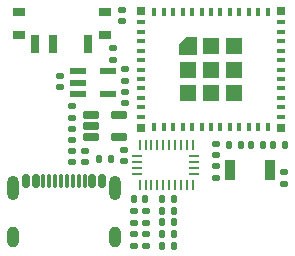
<source format=gtp>
G04 #@! TF.GenerationSoftware,KiCad,Pcbnew,8.0.5-8.0.5-0~ubuntu22.04.1*
G04 #@! TF.CreationDate,2024-10-23T16:58:33-07:00*
G04 #@! TF.ProjectId,uSlime,75536c69-6d65-42e6-9b69-6361645f7063,rev?*
G04 #@! TF.SameCoordinates,Original*
G04 #@! TF.FileFunction,Paste,Top*
G04 #@! TF.FilePolarity,Positive*
%FSLAX46Y46*%
G04 Gerber Fmt 4.6, Leading zero omitted, Abs format (unit mm)*
G04 Created by KiCad (PCBNEW 8.0.5-8.0.5-0~ubuntu22.04.1) date 2024-10-23 16:58:33*
%MOMM*%
%LPD*%
G01*
G04 APERTURE LIST*
G04 Aperture macros list*
%AMRoundRect*
0 Rectangle with rounded corners*
0 $1 Rounding radius*
0 $2 $3 $4 $5 $6 $7 $8 $9 X,Y pos of 4 corners*
0 Add a 4 corners polygon primitive as box body*
4,1,4,$2,$3,$4,$5,$6,$7,$8,$9,$2,$3,0*
0 Add four circle primitives for the rounded corners*
1,1,$1+$1,$2,$3*
1,1,$1+$1,$4,$5*
1,1,$1+$1,$6,$7*
1,1,$1+$1,$8,$9*
0 Add four rect primitives between the rounded corners*
20,1,$1+$1,$2,$3,$4,$5,0*
20,1,$1+$1,$4,$5,$6,$7,0*
20,1,$1+$1,$6,$7,$8,$9,0*
20,1,$1+$1,$8,$9,$2,$3,0*%
%AMFreePoly0*
4,1,6,0.725000,-0.725000,-0.725000,-0.725000,-0.725000,0.125000,-0.125000,0.725000,0.725000,0.725000,0.725000,-0.725000,0.725000,-0.725000,$1*%
G04 Aperture macros list end*
%ADD10RoundRect,0.135000X0.185000X-0.135000X0.185000X0.135000X-0.185000X0.135000X-0.185000X-0.135000X0*%
%ADD11RoundRect,0.135000X0.135000X0.185000X-0.135000X0.185000X-0.135000X-0.185000X0.135000X-0.185000X0*%
%ADD12RoundRect,0.135000X-0.135000X-0.185000X0.135000X-0.185000X0.135000X0.185000X-0.135000X0.185000X0*%
%ADD13RoundRect,0.147500X-0.172500X0.147500X-0.172500X-0.147500X0.172500X-0.147500X0.172500X0.147500X0*%
%ADD14RoundRect,0.140000X0.170000X-0.140000X0.170000X0.140000X-0.170000X0.140000X-0.170000X-0.140000X0*%
%ADD15RoundRect,0.135000X-0.185000X0.135000X-0.185000X-0.135000X0.185000X-0.135000X0.185000X0.135000X0*%
%ADD16RoundRect,0.140000X-0.170000X0.140000X-0.170000X-0.140000X0.170000X-0.140000X0.170000X0.140000X0*%
%ADD17RoundRect,0.150000X-0.150000X-0.425000X0.150000X-0.425000X0.150000X0.425000X-0.150000X0.425000X0*%
%ADD18RoundRect,0.075000X-0.075000X-0.500000X0.075000X-0.500000X0.075000X0.500000X-0.075000X0.500000X0*%
%ADD19O,1.000000X2.100000*%
%ADD20O,1.000000X1.800000*%
%ADD21R,0.250000X0.914400*%
%ADD22R,0.812800X0.250000*%
%ADD23RoundRect,0.147500X0.147500X0.172500X-0.147500X0.172500X-0.147500X-0.172500X0.147500X-0.172500X0*%
%ADD24RoundRect,0.140000X-0.140000X-0.170000X0.140000X-0.170000X0.140000X0.170000X-0.140000X0.170000X0*%
%ADD25RoundRect,0.140000X0.140000X0.170000X-0.140000X0.170000X-0.140000X-0.170000X0.140000X-0.170000X0*%
%ADD26R,1.320800X0.508000*%
%ADD27R,0.800000X0.400000*%
%ADD28R,0.400000X0.800000*%
%ADD29FreePoly0,0.000000*%
%ADD30R,1.450000X1.450000*%
%ADD31R,0.700000X0.700000*%
%ADD32R,0.700000X1.500000*%
%ADD33R,1.000000X0.800000*%
%ADD34R,0.900000X1.700000*%
%ADD35RoundRect,0.045000X-0.630000X0.255000X-0.630000X-0.255000X0.630000X-0.255000X0.630000X0.255000X0*%
G04 APERTURE END LIST*
D10*
X113100000Y-110110000D03*
X113100000Y-109090000D03*
D11*
X115460000Y-108100000D03*
X114440000Y-108100000D03*
D12*
X114440000Y-107100000D03*
X115460000Y-107100000D03*
D13*
X107950000Y-102015000D03*
X107950000Y-102985000D03*
D14*
X119000000Y-102380000D03*
X119000000Y-101420000D03*
D10*
X111300000Y-96160000D03*
X111300000Y-95140000D03*
D14*
X105850000Y-96630000D03*
X105850000Y-95670000D03*
X111100000Y-91030000D03*
X111100000Y-90070000D03*
D15*
X119000000Y-103290000D03*
X119000000Y-104310000D03*
D16*
X106800000Y-100150000D03*
X106800000Y-101110000D03*
D17*
X102950000Y-104570000D03*
X103750000Y-104570000D03*
D18*
X104900000Y-104570000D03*
X105900000Y-104570000D03*
X106400000Y-104570000D03*
X107400000Y-104570000D03*
D17*
X108550000Y-104570000D03*
X109350000Y-104570000D03*
X109350000Y-104570000D03*
X108550000Y-104570000D03*
D18*
X107900000Y-104570000D03*
X106900000Y-104570000D03*
X105400000Y-104570000D03*
X104400000Y-104570000D03*
D17*
X103750000Y-104570000D03*
X102950000Y-104570000D03*
D19*
X101830000Y-105145000D03*
D20*
X101830000Y-109325000D03*
D19*
X110470000Y-105145000D03*
D20*
X110470000Y-109325000D03*
D11*
X115460000Y-106100000D03*
X114440000Y-106100000D03*
D10*
X113100000Y-108110000D03*
X113100000Y-107090000D03*
D15*
X112100000Y-107090000D03*
X112100000Y-108110000D03*
D13*
X106800000Y-98265000D03*
X106800000Y-99235000D03*
D16*
X111200000Y-101920000D03*
X111200000Y-102880000D03*
D12*
X109090000Y-102750000D03*
X110110000Y-102750000D03*
D10*
X110300000Y-94310000D03*
X110300000Y-93290000D03*
D12*
X115460000Y-109100000D03*
X114440000Y-109100000D03*
D21*
X112552600Y-101572670D03*
D22*
X112361600Y-102500000D03*
X112361600Y-103003070D03*
X112361600Y-103503070D03*
X112361600Y-104003060D03*
D21*
X112552600Y-104925470D03*
X113052600Y-104925470D03*
X113552600Y-104925470D03*
X114052600Y-104925470D03*
X114552600Y-104925470D03*
X115052600Y-104925470D03*
X115552600Y-104925470D03*
X116052600Y-104925470D03*
X116552600Y-104925470D03*
X117060600Y-104925470D03*
D22*
X117187600Y-104003070D03*
X117187600Y-103503070D03*
X117187600Y-103003070D03*
X117187600Y-102500000D03*
D21*
X117060600Y-101572670D03*
X116552600Y-101572670D03*
X116052600Y-101572670D03*
X115552600Y-101572670D03*
X115052600Y-101572670D03*
X114552600Y-101572670D03*
X114052600Y-101572670D03*
X113552600Y-101572670D03*
X113052600Y-101572670D03*
D23*
X122967500Y-101500000D03*
X121997500Y-101500000D03*
D24*
X112070000Y-106100000D03*
X113030000Y-106100000D03*
D11*
X124892500Y-101500000D03*
X123872500Y-101500000D03*
D15*
X124800000Y-103840000D03*
X124800000Y-104860000D03*
D25*
X121097500Y-101500000D03*
X120137500Y-101500000D03*
D15*
X112100000Y-109090000D03*
X112100000Y-110110000D03*
D26*
X107304600Y-95299999D03*
X107304600Y-96250000D03*
X107304600Y-97200001D03*
X109895400Y-97200001D03*
X109895400Y-95299999D03*
D27*
X112700000Y-91150000D03*
X112700000Y-91950000D03*
X112700000Y-92750000D03*
X112700000Y-93550000D03*
X112700000Y-94350000D03*
X112700000Y-95150000D03*
X112700000Y-95950000D03*
X112700000Y-96750000D03*
X112700000Y-97550000D03*
X112700000Y-98350000D03*
X112700000Y-99150000D03*
D28*
X113800000Y-100050000D03*
X114600000Y-100050000D03*
X115400000Y-100050000D03*
X116200000Y-100050000D03*
X117000000Y-100050000D03*
X117800000Y-100050000D03*
X118600000Y-100050000D03*
X119400000Y-100050000D03*
X120200000Y-100050000D03*
X121000000Y-100050000D03*
X121800000Y-100050000D03*
X122600000Y-100050000D03*
X123400000Y-100050000D03*
D27*
X124500000Y-99150000D03*
X124500000Y-98350000D03*
X124500000Y-97550000D03*
X124500000Y-96750000D03*
X124500000Y-95950000D03*
X124500000Y-95150000D03*
X124500000Y-94350000D03*
X124500000Y-93550000D03*
X124500000Y-92750000D03*
X124500000Y-91950000D03*
X124500000Y-91150000D03*
D28*
X123400000Y-90250000D03*
X122600000Y-90250000D03*
X121800000Y-90250000D03*
X121000000Y-90250000D03*
X120200000Y-90250000D03*
X119400000Y-90250000D03*
X118600000Y-90250000D03*
X117800000Y-90250000D03*
X117000000Y-90250000D03*
X116200000Y-90250000D03*
X115400000Y-90250000D03*
X114600000Y-90250000D03*
X113800000Y-90250000D03*
D29*
X116625000Y-93175000D03*
D30*
X116625000Y-95150000D03*
X116625000Y-97125000D03*
X118600000Y-93175000D03*
X118600000Y-95150000D03*
X118600000Y-97125000D03*
X120575000Y-93175000D03*
X120575000Y-95150000D03*
X120575000Y-97125000D03*
D31*
X124550000Y-90200000D03*
X124550000Y-100100000D03*
X112650000Y-100100000D03*
X112650000Y-90200000D03*
D12*
X114440000Y-110100000D03*
X115460000Y-110100000D03*
D32*
X105225000Y-92975000D03*
D33*
X109625000Y-92190000D03*
X109625000Y-90260000D03*
X102325000Y-92190000D03*
X102325000Y-90260000D03*
D32*
X103725000Y-92975000D03*
X108225000Y-92975000D03*
D34*
X123600000Y-103650000D03*
X120200000Y-103650000D03*
D35*
X108415000Y-99000000D03*
X108415000Y-99950000D03*
X108415000Y-100900000D03*
X110785000Y-100900000D03*
X110785000Y-99000000D03*
D13*
X111300000Y-97015000D03*
X111300000Y-97985000D03*
D14*
X106800000Y-102980000D03*
X106800000Y-102020000D03*
M02*

</source>
